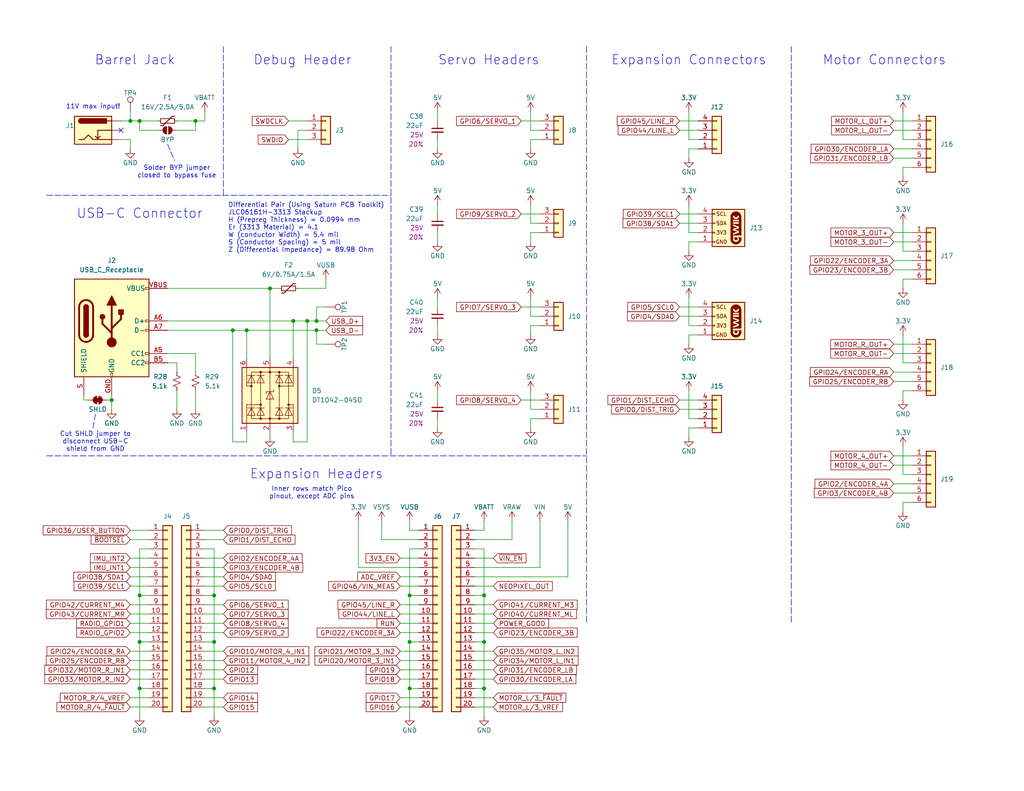
<source format=kicad_sch>
(kicad_sch (version 20231120) (generator "eeschema") (generator_version "8.0")
  (paper "USLetter")
  (title_block (title "SparkFun XRP Control Board") (date "2024-12-12") (rev "v20") (company "SparkFun Electronics") (comment 1 "Designed by: Dryw Wade"))
  (junction (at 58.42 187.96))
  (junction (at 86.36 87.63))
  (junction (at 86.36 90.17))
  (junction (at 38.1 33.02))
  (junction (at 132.08 187.96))
  (junction (at 132.08 175.26))
  (junction (at 53.34 33.02))
  (junction (at 111.76 187.96))
  (junction (at 80.01 87.63))
  (junction (at 38.1 162.56))
  (junction (at 83.82 87.63))
  (junction (at 111.76 175.26))
  (junction (at 35.56 33.02))
  (junction (at 63.5 90.17))
  (junction (at 58.42 175.26))
  (junction (at 132.08 162.56))
  (junction (at 67.31 90.17))
  (junction (at 30.48 109.22))
  (junction (at 58.42 162.56))
  (junction (at 73.66 78.74))
  (junction (at 38.1 187.96))
  (junction (at 38.1 175.26))
  (junction (at 111.76 162.56))
  (no_connect (at 33.02 35.56))
  (wire (pts (xy 243.84 33.02) (xy 248.92 33.02)))
  (wire (pts (xy 40.64 187.96) (xy 38.1 187.96)))
  (wire (pts (xy 60.96 170.18) (xy 55.88 170.18)))
  (wire (pts (xy 86.36 93.98) (xy 86.36 90.17)))
  (wire (pts (xy 243.84 124.46) (xy 248.92 124.46)))
  (polyline (pts (xy 106.68 12.7) (xy 106.68 124.46)) (stroke (width 0) (type dash)))
  (wire (pts (xy 60.96 160.02) (xy 55.88 160.02)))
  (wire (pts (xy 147.32 88.9) (xy 144.78 88.9)))
  (wire (pts (xy 147.32 35.56) (xy 144.78 35.56)))
  (wire (pts (xy 60.96 154.94) (xy 55.88 154.94)))
  (wire (pts (xy 243.84 35.56) (xy 248.92 35.56)))
  (wire (pts (xy 58.42 162.56) (xy 58.42 175.26)))
  (wire (pts (xy 83.82 35.56) (xy 81.28 35.56)))
  (wire (pts (xy 48.26 99.06) (xy 48.26 101.6)))
  (wire (pts (xy 38.1 187.96) (xy 38.1 175.26)))
  (wire (pts (xy 109.22 170.18) (xy 114.3 170.18)))
  (wire (pts (xy 248.92 76.2) (xy 246.38 76.2)))
  (wire (pts (xy 134.62 167.64) (xy 129.54 167.64)))
  (wire (pts (xy 86.36 90.17) (xy 88.9 90.17)))
  (wire (pts (xy 243.84 40.64) (xy 248.92 40.64)))
  (wire (pts (xy 243.84 134.62) (xy 248.92 134.62)))
  (wire (pts (xy 55.88 162.56) (xy 58.42 162.56)))
  (wire (pts (xy 60.96 180.34) (xy 55.88 180.34)))
  (polyline (pts (xy 60.96 12.7) (xy 60.96 53.34)) (stroke (width 0) (type dash)))
  (wire (pts (xy 67.31 90.17) (xy 67.31 97.79)))
  (wire (pts (xy 142.24 83.82) (xy 147.32 83.82)))
  (wire (pts (xy 129.54 162.56) (xy 132.08 162.56)))
  (wire (pts (xy 114.3 149.86) (xy 111.76 149.86)))
  (wire (pts (xy 109.22 190.5) (xy 114.3 190.5)))
  (wire (pts (xy 111.76 187.96) (xy 111.76 195.58)))
  (wire (pts (xy 129.54 152.4) (xy 134.62 152.4)))
  (wire (pts (xy 185.42 58.42) (xy 190.5 58.42)))
  (wire (pts (xy 109.22 177.8) (xy 114.3 177.8)))
  (wire (pts (xy 40.64 160.02) (xy 35.56 160.02)))
  (wire (pts (xy 109.22 172.72) (xy 114.3 172.72)))
  (wire (pts (xy 248.92 99.06) (xy 246.38 99.06)))
  (wire (pts (xy 109.22 157.48) (xy 114.3 157.48)))
  (wire (pts (xy 67.31 120.65) (xy 63.5 120.65)))
  (wire (pts (xy 67.31 118.11) (xy 67.31 120.65)))
  (wire (pts (xy 185.42 83.82) (xy 190.5 83.82)))
  (wire (pts (xy 190.5 114.3) (xy 187.96 114.3)))
  (wire (pts (xy 119.38 116.84) (xy 119.38 114.3)))
  (wire (pts (xy 246.38 137.16) (xy 246.38 139.7)))
  (wire (pts (xy 22.86 109.22) (xy 24.13 109.22)))
  (wire (pts (xy 190.5 88.9) (xy 187.96 88.9)))
  (wire (pts (xy 60.96 177.8) (xy 55.88 177.8)))
  (wire (pts (xy 109.22 152.4) (xy 114.3 152.4)))
  (wire (pts (xy 114.3 162.56) (xy 111.76 162.56)))
  (polyline (pts (xy 12.7 53.34) (xy 106.68 53.34)) (stroke (width 0) (type dash)))
  (wire (pts (xy 114.3 175.26) (xy 111.76 175.26)))
  (polyline (pts (xy 26.035 113.03) (xy 25.4 116.84)) (stroke (width 0) (type dash)))
  (wire (pts (xy 144.78 111.76) (xy 147.32 111.76)))
  (wire (pts (xy 147.32 142.24) (xy 147.32 154.94)))
  (wire (pts (xy 144.78 30.48) (xy 144.78 35.56)))
  (wire (pts (xy 58.42 162.56) (xy 58.42 149.86)))
  (wire (pts (xy 35.56 33.02) (xy 38.1 33.02)))
  (wire (pts (xy 81.28 35.56) (xy 81.28 40.64)))
  (wire (pts (xy 109.22 167.64) (xy 114.3 167.64)))
  (wire (pts (xy 129.54 170.18) (xy 134.62 170.18)))
  (wire (pts (xy 83.82 87.63) (xy 86.36 87.63)))
  (wire (pts (xy 109.22 165.1) (xy 114.3 165.1)))
  (wire (pts (xy 109.22 185.42) (xy 114.3 185.42)))
  (wire (pts (xy 246.38 106.68) (xy 246.38 109.22)))
  (wire (pts (xy 129.54 175.26) (xy 132.08 175.26)))
  (wire (pts (xy 134.62 182.88) (xy 129.54 182.88)))
  (wire (pts (xy 35.56 165.1) (xy 40.64 165.1)))
  (wire (pts (xy 60.96 190.5) (xy 55.88 190.5)))
  (wire (pts (xy 187.96 40.64) (xy 187.96 43.18)))
  (wire (pts (xy 144.78 114.3) (xy 144.78 116.84)))
  (wire (pts (xy 35.56 177.8) (xy 40.64 177.8)))
  (wire (pts (xy 40.64 172.72) (xy 35.56 172.72)))
  (wire (pts (xy 60.96 165.1) (xy 55.88 165.1)))
  (wire (pts (xy 246.38 45.72) (xy 246.38 48.26)))
  (wire (pts (xy 109.22 160.02) (xy 114.3 160.02)))
  (wire (pts (xy 111.76 162.56) (xy 111.76 175.26)))
  (wire (pts (xy 22.86 107.95) (xy 22.86 109.22)))
  (wire (pts (xy 185.42 33.02) (xy 190.5 33.02)))
  (wire (pts (xy 147.32 114.3) (xy 144.78 114.3)))
  (wire (pts (xy 81.28 78.74) (xy 88.9 78.74)))
  (wire (pts (xy 40.64 154.94) (xy 35.56 154.94)))
  (wire (pts (xy 190.5 38.1) (xy 187.96 38.1)))
  (wire (pts (xy 53.34 35.56) (xy 53.34 33.02)))
  (wire (pts (xy 134.62 177.8) (xy 129.54 177.8)))
  (wire (pts (xy 53.34 96.52) (xy 53.34 101.6)))
  (wire (pts (xy 243.84 132.08) (xy 248.92 132.08)))
  (wire (pts (xy 246.38 99.06) (xy 246.38 91.44)))
  (wire (pts (xy 45.72 96.52) (xy 53.34 96.52)))
  (wire (pts (xy 88.9 78.74) (xy 88.9 76.2)))
  (wire (pts (xy 248.92 38.1) (xy 246.38 38.1)))
  (wire (pts (xy 109.22 182.88) (xy 114.3 182.88)))
  (wire (pts (xy 73.66 78.74) (xy 45.72 78.74)))
  (wire (pts (xy 119.38 83.82) (xy 119.38 81.28)))
  (wire (pts (xy 243.84 63.5) (xy 248.92 63.5)))
  (wire (pts (xy 129.54 149.86) (xy 132.08 149.86)))
  (wire (pts (xy 144.78 63.5) (xy 144.78 66.04)))
  (wire (pts (xy 60.96 147.32) (xy 55.88 147.32)))
  (wire (pts (xy 190.5 66.04) (xy 187.96 66.04)))
  (wire (pts (xy 80.01 87.63) (xy 83.82 87.63)))
  (wire (pts (xy 190.5 116.84) (xy 187.96 116.84)))
  (wire (pts (xy 48.26 106.68) (xy 48.26 111.76)))
  (wire (pts (xy 134.62 160.02) (xy 129.54 160.02)))
  (wire (pts (xy 187.96 38.1) (xy 187.96 30.48)))
  (wire (pts (xy 60.96 167.64) (xy 55.88 167.64)))
  (wire (pts (xy 80.01 87.63) (xy 80.01 97.79)))
  (wire (pts (xy 144.78 86.36) (xy 147.32 86.36)))
  (wire (pts (xy 78.74 38.1) (xy 83.82 38.1)))
  (wire (pts (xy 248.92 45.72) (xy 246.38 45.72)))
  (wire (pts (xy 38.1 35.56) (xy 38.1 33.02)))
  (wire (pts (xy 185.42 111.76) (xy 190.5 111.76)))
  (wire (pts (xy 119.38 66.04) (xy 119.38 63.5)))
  (wire (pts (xy 119.38 91.44) (xy 119.38 88.9)))
  (wire (pts (xy 114.3 154.94) (xy 97.79 154.94)))
  (wire (pts (xy 45.72 87.63) (xy 80.01 87.63)))
  (wire (pts (xy 114.3 187.96) (xy 111.76 187.96)))
  (wire (pts (xy 63.5 90.17) (xy 67.31 90.17)))
  (wire (pts (xy 33.02 38.1) (xy 35.56 38.1)))
  (wire (pts (xy 38.1 162.56) (xy 38.1 175.26)))
  (wire (pts (xy 243.84 71.12) (xy 248.92 71.12)))
  (wire (pts (xy 111.76 144.78) (xy 111.76 142.24)))
  (wire (pts (xy 60.96 144.78) (xy 55.88 144.78)))
  (wire (pts (xy 58.42 175.26) (xy 58.42 187.96)))
  (wire (pts (xy 60.96 185.42) (xy 55.88 185.42)))
  (wire (pts (xy 248.92 68.58) (xy 246.38 68.58)))
  (wire (pts (xy 45.72 90.17) (xy 63.5 90.17)))
  (wire (pts (xy 139.7 142.24) (xy 139.7 147.32)))
  (wire (pts (xy 134.62 185.42) (xy 129.54 185.42)))
  (wire (pts (xy 35.56 144.78) (xy 40.64 144.78)))
  (wire (pts (xy 35.56 185.42) (xy 40.64 185.42)))
  (polyline (pts (xy 160.02 12.7) (xy 160.02 170.18)) (stroke (width 0) (type dash)))
  (wire (pts (xy 55.88 175.26) (xy 58.42 175.26)))
  (wire (pts (xy 35.56 157.48) (xy 40.64 157.48)))
  (wire (pts (xy 35.56 167.64) (xy 40.64 167.64)))
  (wire (pts (xy 147.32 60.96) (xy 144.78 60.96)))
  (wire (pts (xy 80.01 118.11) (xy 80.01 120.65)))
  (wire (pts (xy 97.79 154.94) (xy 97.79 142.24)))
  (wire (pts (xy 35.56 147.32) (xy 40.64 147.32)))
  (wire (pts (xy 67.31 90.17) (xy 86.36 90.17)))
  (wire (pts (xy 154.94 157.48) (xy 154.94 142.24)))
  (wire (pts (xy 132.08 162.56) (xy 132.08 149.86)))
  (wire (pts (xy 111.76 187.96) (xy 111.76 175.26)))
  (wire (pts (xy 48.26 33.02) (xy 53.34 33.02)))
  (wire (pts (xy 129.54 144.78) (xy 132.08 144.78)))
  (wire (pts (xy 142.24 109.22) (xy 147.32 109.22)))
  (wire (pts (xy 132.08 144.78) (xy 132.08 142.24)))
  (wire (pts (xy 248.92 129.54) (xy 246.38 129.54)))
  (wire (pts (xy 30.48 107.95) (xy 30.48 109.22)))
  (wire (pts (xy 35.56 152.4) (xy 40.64 152.4)))
  (wire (pts (xy 142.24 33.02) (xy 147.32 33.02)))
  (wire (pts (xy 185.42 86.36) (xy 190.5 86.36)))
  (wire (pts (xy 243.84 96.52) (xy 248.92 96.52)))
  (wire (pts (xy 134.62 193.04) (xy 129.54 193.04)))
  (wire (pts (xy 132.08 175.26) (xy 132.08 187.96)))
  (wire (pts (xy 33.02 33.02) (xy 35.56 33.02)))
  (wire (pts (xy 132.08 187.96) (xy 132.08 195.58)))
  (wire (pts (xy 35.56 38.1) (xy 35.56 40.64)))
  (wire (pts (xy 40.64 175.26) (xy 38.1 175.26)))
  (polyline (pts (xy 12.7 124.46) (xy 160.02 124.46)) (stroke (width 0) (type dash)))
  (wire (pts (xy 55.88 149.86) (xy 58.42 149.86)))
  (wire (pts (xy 35.56 190.5) (xy 40.64 190.5)))
  (wire (pts (xy 243.84 101.6) (xy 248.92 101.6)))
  (wire (pts (xy 55.88 187.96) (xy 58.42 187.96)))
  (wire (pts (xy 86.36 87.63) (xy 88.9 87.63)))
  (wire (pts (xy 111.76 162.56) (xy 111.76 149.86)))
  (wire (pts (xy 48.26 35.56) (xy 53.34 35.56)))
  (wire (pts (xy 144.78 106.68) (xy 144.78 111.76)))
  (wire (pts (xy 243.84 73.66) (xy 248.92 73.66)))
  (wire (pts (xy 129.54 147.32) (xy 139.7 147.32)))
  (wire (pts (xy 78.74 33.02) (xy 83.82 33.02)))
  (wire (pts (xy 187.96 88.9) (xy 187.96 81.28)))
  (wire (pts (xy 187.96 66.04) (xy 187.96 68.58)))
  (wire (pts (xy 55.88 33.02) (xy 55.88 30.48)))
  (wire (pts (xy 119.38 109.22) (xy 119.38 106.68)))
  (wire (pts (xy 187.96 63.5) (xy 187.96 55.88)))
  (wire (pts (xy 40.64 162.56) (xy 38.1 162.56)))
  (wire (pts (xy 129.54 154.94) (xy 147.32 154.94)))
  (wire (pts (xy 40.64 170.18) (xy 35.56 170.18)))
  (wire (pts (xy 119.38 33.02) (xy 119.38 30.48)))
  (wire (pts (xy 147.32 63.5) (xy 144.78 63.5)))
  (wire (pts (xy 190.5 63.5) (xy 187.96 63.5)))
  (wire (pts (xy 185.42 60.96) (xy 190.5 60.96)))
  (wire (pts (xy 147.32 38.1) (xy 144.78 38.1)))
  (wire (pts (xy 144.78 55.88) (xy 144.78 60.96)))
  (wire (pts (xy 83.82 120.65) (xy 83.82 87.63)))
  (wire (pts (xy 185.42 35.56) (xy 190.5 35.56)))
  (wire (pts (xy 38.1 187.96) (xy 38.1 195.58)))
  (wire (pts (xy 144.78 81.28) (xy 144.78 86.36)))
  (wire (pts (xy 58.42 187.96) (xy 58.42 195.58)))
  (wire (pts (xy 38.1 33.02) (xy 43.18 33.02)))
  (wire (pts (xy 190.5 91.44) (xy 187.96 91.44)))
  (wire (pts (xy 88.9 83.82) (xy 86.36 83.82)))
  (wire (pts (xy 187.96 116.84) (xy 187.96 119.38)))
  (wire (pts (xy 35.56 180.34) (xy 40.64 180.34)))
  (wire (pts (xy 246.38 68.58) (xy 246.38 60.96)))
  (wire (pts (xy 60.96 157.48) (xy 55.88 157.48)))
  (wire (pts (xy 248.92 106.68) (xy 246.38 106.68)))
  (wire (pts (xy 60.96 152.4) (xy 55.88 152.4)))
  (wire (pts (xy 80.01 120.65) (xy 83.82 120.65)))
  (wire (pts (xy 109.22 180.34) (xy 114.3 180.34)))
  (wire (pts (xy 73.66 97.79) (xy 73.66 78.74)))
  (wire (pts (xy 154.94 157.48) (xy 129.54 157.48)))
  (wire (pts (xy 246.38 129.54) (xy 246.38 121.92)))
  (wire (pts (xy 35.56 30.48) (xy 35.56 33.02)))
  (wire (pts (xy 73.66 78.74) (xy 76.2 78.74)))
  (wire (pts (xy 88.9 93.98) (xy 86.36 93.98)))
  (wire (pts (xy 134.62 165.1) (xy 129.54 165.1)))
  (wire (pts (xy 29.21 109.22) (xy 30.48 109.22)))
  (wire (pts (xy 243.84 43.18) (xy 248.92 43.18)))
  (wire (pts (xy 129.54 187.96) (xy 132.08 187.96)))
  (wire (pts (xy 144.78 38.1) (xy 144.78 40.64)))
  (wire (pts (xy 185.42 109.22) (xy 190.5 109.22)))
  (wire (pts (xy 60.96 172.72) (xy 55.88 172.72)))
  (wire (pts (xy 63.5 120.65) (xy 63.5 90.17)))
  (wire (pts (xy 243.84 66.04) (xy 248.92 66.04)))
  (wire (pts (xy 35.56 182.88) (xy 40.64 182.88)))
  (wire (pts (xy 134.62 172.72) (xy 129.54 172.72)))
  (wire (pts (xy 119.38 58.42) (xy 119.38 55.88)))
  (wire (pts (xy 109.22 193.04) (xy 114.3 193.04)))
  (wire (pts (xy 35.56 193.04) (xy 40.64 193.04)))
  (wire (pts (xy 246.38 76.2) (xy 246.38 78.74)))
  (polyline (pts (xy 215.9 12.7) (xy 215.9 170.18)) (stroke (width 0) (type dash)))
  (wire (pts (xy 114.3 147.32) (xy 104.14 147.32)))
  (wire (pts (xy 38.1 35.56) (xy 43.18 35.56)))
  (wire (pts (xy 134.62 190.5) (xy 129.54 190.5)))
  (wire (pts (xy 132.08 162.56) (xy 132.08 175.26)))
  (wire (pts (xy 38.1 162.56) (xy 38.1 149.86)))
  (wire (pts (xy 243.84 127) (xy 248.92 127)))
  (wire (pts (xy 190.5 40.64) (xy 187.96 40.64)))
  (wire (pts (xy 40.64 149.86) (xy 38.1 149.86)))
  (wire (pts (xy 187.96 114.3) (xy 187.96 106.68)))
  (wire (pts (xy 246.38 38.1) (xy 246.38 30.48)))
  (wire (pts (xy 114.3 144.78) (xy 111.76 144.78)))
  (wire (pts (xy 248.92 137.16) (xy 246.38 137.16)))
  (polyline (pts (xy 45.72 39.37) (xy 47.625 43.815)) (stroke (width 0) (type dash)))
  (wire (pts (xy 119.38 40.64) (xy 119.38 38.1)))
  (wire (pts (xy 243.84 93.98) (xy 248.92 93.98)))
  (wire (pts (xy 142.24 58.42) (xy 147.32 58.42)))
  (wire (pts (xy 45.72 99.06) (xy 48.26 99.06)))
  (wire (pts (xy 30.48 109.22) (xy 30.48 111.76)))
  (wire (pts (xy 60.96 182.88) (xy 55.88 182.88)))
  (wire (pts (xy 134.62 180.34) (xy 129.54 180.34)))
  (wire (pts (xy 73.66 118.11) (xy 73.66 119.38)))
  (wire (pts (xy 86.36 83.82) (xy 86.36 87.63)))
  (wire (pts (xy 60.96 193.04) (xy 55.88 193.04)))
  (wire (pts (xy 144.78 88.9) (xy 144.78 91.44)))
  (wire (pts (xy 104.14 147.32) (xy 104.14 142.24)))
  (wire (pts (xy 187.96 91.44) (xy 187.96 93.98)))
  (wire (pts (xy 53.34 33.02) (xy 55.88 33.02)))
  (wire (pts (xy 53.34 106.68) (xy 53.34 111.76)))
  (wire (pts (xy 243.84 104.14) (xy 248.92 104.14)))
  (text "USB-C Connector" (at 38.1 58.42 0) (effects (font (size 2.54 2.54))))
  (text "Solder BYP jumper\nclosed to bypass fuse" (at 48.26 46.99 0) (effects (font (size 1.27 1.27))))
  (text "Expansion Headers" (at 86.36 129.54 0) (effects (font (size 2.54 2.54))))
  (text "Expansion Connectors" (at 187.96 16.51 0) (effects (font (size 2.54 2.54))))
  (text "Inner rows match Pico\npinout, except ADC pins" (at 85.09 134.62 0) (effects (font (size 1.27 1.27))))
  (text "Servo Headers" (at 133.35 16.51 0) (effects (font (size 2.54 2.54))))
  (text "Cut SHLD jumper to\ndisconnect USB-C\nshield from GND" (at 26.035 120.65 0) (effects (font (size 1.27 1.27))))
  (text "Debug Header" (at 82.55 16.51 0) (effects (font (size 2.54 2.54))))
  (text "Barrel Jack" (at 36.83 16.51 0) (effects (font (size 2.54 2.54))))
  (text "Differential Pair (Using Saturn PCB Toolkit)\nJLC06161H-3313 Stackup\nH (Prepreg Thickness) = 0.0994 mm\nEr (3313 Material) = 4.1\nW (conductor Width) = 5.4 mil\nS (Conductor Spacing) = 5 mil\nZ (Differential Impedance) = 89.98 Ohm" (at 62.23 62.23 0) (effects (font (size 1.27 1.27)) (justify left)))
  (text "Motor Connectors" (at 241.3 16.51 0) (effects (font (size 2.54 2.54))))
  (text "11V max input!" (at 25.4 29.21 0) (effects (font (size 1.27 1.27))))
  (global_label "GPIO38{slash}SDA1" (shape input) (at 185.42 60.96 180) (property "Intersheetrefs" "${INTERSHEET_REFS}" (effects (hide yes))))
  (global_label "SWDCLK" (shape input) (at 78.74 33.02 180) (property "Intersheetrefs" "${INTERSHEET_REFS}" (effects (hide yes))))
  (global_label "MOTOR_L{slash}3_VREF" (shape input) (at 134.62 193.04 0) (property "Intersheetrefs" "${INTERSHEET_REFS}" (effects (hide yes))))
  (global_label "GPIO42{slash}CURRENT_M4" (shape input) (at 35.56 165.1 180) (property "Intersheetrefs" "${INTERSHEET_REFS}" (effects (hide yes))))
  (global_label "GPIO12" (shape input) (at 60.96 182.88 0) (property "Intersheetrefs" "${INTERSHEET_REFS}" (effects (hide yes))))
  (global_label "USB_D-" (shape input) (at 88.9 90.17 0) (property "Intersheetrefs" "${INTERSHEET_REFS}" (effects (hide yes))))
  (global_label "GPIO32{slash}MOTOR_R_IN1" (shape input) (at 35.56 182.88 180) (property "Intersheetrefs" "${INTERSHEET_REFS}" (effects (hide yes))))
  (global_label "GPIO23{slash}ENCODER_3B" (shape input) (at 243.84 73.66 180) (property "Intersheetrefs" "${INTERSHEET_REFS}" (effects (hide yes))))
  (global_label "GPIO30{slash}ENCODER_LA" (shape input) (at 134.62 185.42 0) (property "Intersheetrefs" "${INTERSHEET_REFS}" (effects (hide yes))))
  (global_label "GPIO1{slash}DIST_ECHO" (shape input) (at 185.42 109.22 180) (property "Intersheetrefs" "${INTERSHEET_REFS}" (effects (hide yes))))
  (global_label "GPIO9{slash}SERVO_2" (shape input) (at 60.96 172.72 0) (property "Intersheetrefs" "${INTERSHEET_REFS}" (effects (hide yes))))
  (global_label "MOTOR_R{slash}4_VREF" (shape input) (at 35.56 190.5 180) (property "Intersheetrefs" "${INTERSHEET_REFS}" (effects (hide yes))))
  (global_label "MOTOR_4_OUT-" (shape input) (at 243.84 127 180) (property "Intersheetrefs" "${INTERSHEET_REFS}" (effects (hide yes))))
  (global_label "GPIO0{slash}DIST_TRIG" (shape input) (at 60.96 144.78 0) (property "Intersheetrefs" "${INTERSHEET_REFS}" (effects (hide yes))))
  (global_label "GPIO2{slash}ENCODER_4A" (shape input) (at 243.84 132.08 180) (property "Intersheetrefs" "${INTERSHEET_REFS}" (effects (hide yes))))
  (global_label "GPIO35{slash}MOTOR_L_IN2" (shape input) (at 134.62 177.8 0) (property "Intersheetrefs" "${INTERSHEET_REFS}" (effects (hide yes))))
  (global_label "ADC_VREF" (shape input) (at 109.22 157.48 180) (property "Intersheetrefs" "${INTERSHEET_REFS}" (effects (hide yes))))
  (global_label "GPIO24{slash}ENCODER_RA" (shape input) (at 243.84 101.6 180) (property "Intersheetrefs" "${INTERSHEET_REFS}" (effects (hide yes))))
  (global_label "GPIO11{slash}MOTOR_4_IN2" (shape input) (at 60.96 180.34 0) (property "Intersheetrefs" "${INTERSHEET_REFS}" (effects (hide yes))))
  (global_label "GPIO7{slash}SERVO_3" (shape input) (at 142.24 83.82 180) (property "Intersheetrefs" "${INTERSHEET_REFS}" (effects (hide yes))))
  (global_label "GPIO31{slash}ENCODER_LB" (shape input) (at 243.84 43.18 180) (property "Intersheetrefs" "${INTERSHEET_REFS}" (effects (hide yes))))
  (global_label "GPIO8{slash}SERVO_4" (shape input) (at 60.96 170.18 0) (property "Intersheetrefs" "${INTERSHEET_REFS}" (effects (hide yes))))
  (global_label "GPIO1{slash}DIST_ECHO" (shape input) (at 60.96 147.32 0) (property "Intersheetrefs" "${INTERSHEET_REFS}" (effects (hide yes))))
  (global_label "RADIO_GPIO2" (shape input) (at 35.56 172.72 180) (property "Intersheetrefs" "${INTERSHEET_REFS}" (effects (hide yes))))
  (global_label "NEOPIXEL_OUT" (shape input) (at 134.62 160.02 0) (property "Intersheetrefs" "${INTERSHEET_REFS}" (effects (hide yes))))
  (global_label "GPIO38{slash}SDA1" (shape input) (at 35.56 157.48 180) (property "Intersheetrefs" "${INTERSHEET_REFS}" (effects (hide yes))))
  (global_label "GPIO19" (shape input) (at 109.22 182.88 180) (property "Intersheetrefs" "${INTERSHEET_REFS}" (effects (hide yes))))
  (global_label "GPIO30{slash}ENCODER_LA" (shape input) (at 243.84 40.64 180) (property "Intersheetrefs" "${INTERSHEET_REFS}" (effects (hide yes))))
  (global_label "MOTOR_R_OUT-" (shape input) (at 243.84 96.52 180) (property "Intersheetrefs" "${INTERSHEET_REFS}" (effects (hide yes))))
  (global_label "GPIO43{slash}CURRENT_MR" (shape input) (at 35.56 167.64 180) (property "Intersheetrefs" "${INTERSHEET_REFS}" (effects (hide yes))))
  (global_label "GPIO22{slash}ENCODER_3A" (shape input) (at 243.84 71.12 180) (property "Intersheetrefs" "${INTERSHEET_REFS}" (effects (hide yes))))
  (global_label "MOTOR_R_OUT+" (shape input) (at 243.84 93.98 180) (property "Intersheetrefs" "${INTERSHEET_REFS}" (effects (hide yes))))
  (global_label "GPIO23{slash}ENCODER_3B" (shape input) (at 134.62 172.72 0) (property "Intersheetrefs" "${INTERSHEET_REFS}" (effects (hide yes))))
  (global_label "GPIO25{slash}ENCODER_RB" (shape input) (at 35.56 180.34 180) (property "Intersheetrefs" "${INTERSHEET_REFS}" (effects (hide yes))))
  (global_label "GPIO3{slash}ENCODER_4B" (shape input) (at 60.96 154.94 0) (property "Intersheetrefs" "${INTERSHEET_REFS}" (effects (hide yes))))
  (global_label "GPIO6{slash}SERVO_1" (shape input) (at 60.96 165.1 0) (property "Intersheetrefs" "${INTERSHEET_REFS}" (effects (hide yes))))
  (global_label "MOTOR_R{slash}4_~{FAULT}" (shape input) (at 35.56 193.04 180) (property "Intersheetrefs" "${INTERSHEET_REFS}" (effects (hide yes))))
  (global_label "GPIO17" (shape input) (at 109.22 190.5 180) (property "Intersheetrefs" "${INTERSHEET_REFS}" (effects (hide yes))))
  (global_label "GPIO44{slash}LINE_L" (shape input) (at 185.42 35.56 180) (property "Intersheetrefs" "${INTERSHEET_REFS}" (effects (hide yes))))
  (global_label "GPIO5{slash}SCL0" (shape input) (at 185.42 83.82 180) (property "Intersheetrefs" "${INTERSHEET_REFS}" (effects (hide yes))))
  (global_label "IMU_INT1" (shape input) (at 35.56 154.94 180) (property "Intersheetrefs" "${INTERSHEET_REFS}" (effects (hide yes))))
  (global_label "GPIO21{slash}MOTOR_3_IN2" (shape input) (at 109.22 177.8 180) (property "Intersheetrefs" "${INTERSHEET_REFS}" (effects (hide yes))))
  (global_label "MOTOR_3_OUT-" (shape input) (at 243.84 66.04 180) (property "Intersheetrefs" "${INTERSHEET_REFS}" (effects (hide yes))))
  (global_label "GPIO8{slash}SERVO_4" (shape input) (at 142.24 109.22 180) (property "Intersheetrefs" "${INTERSHEET_REFS}" (effects (hide yes))))
  (global_label "SWDIO" (shape input) (at 78.74 38.1 180) (property "Intersheetrefs" "${INTERSHEET_REFS}" (effects (hide yes))))
  (global_label "GPIO10{slash}MOTOR_4_IN1" (shape input) (at 60.96 177.8 0) (property "Intersheetrefs" "${INTERSHEET_REFS}" (effects (hide yes))))
  (global_label "IMU_INT2" (shape input) (at 35.56 152.4 180) (property "Intersheetrefs" "${INTERSHEET_REFS}" (effects (hide yes))))
  (global_label "GPIO40{slash}CURRENT_ML" (shape input) (at 134.62 167.64 0) (property "Intersheetrefs" "${INTERSHEET_REFS}" (effects (hide yes))))
  (global_label "GPIO9{slash}SERVO_2" (shape input) (at 142.24 58.42 180) (property "Intersheetrefs" "${INTERSHEET_REFS}" (effects (hide yes))))
  (global_label "MOTOR_L{slash}3_~{FAULT}" (shape input) (at 134.62 190.5 0) (property "Intersheetrefs" "${INTERSHEET_REFS}" (effects (hide yes))))
  (global_label "GPIO45{slash}LINE_R" (shape input) (at 109.22 165.1 180) (property "Intersheetrefs" "${INTERSHEET_REFS}" (effects (hide yes))))
  (global_label "RADIO_GPIO1" (shape input) (at 35.56 170.18 180) (property "Intersheetrefs" "${INTERSHEET_REFS}" (effects (hide yes))))
  (global_label "GPIO13" (shape input) (at 60.96 185.42 0) (property "Intersheetrefs" "${INTERSHEET_REFS}" (effects (hide yes))))
  (global_label "GPIO4{slash}SDA0" (shape input) (at 185.42 86.36 180) (property "Intersheetrefs" "${INTERSHEET_REFS}" (effects (hide yes))))
  (global_label "GPIO2{slash}ENCODER_4A" (shape input) (at 60.96 152.4 0) (property "Intersheetrefs" "${INTERSHEET_REFS}" (effects (hide yes))))
  (global_label "USB_D+" (shape input) (at 88.9 87.63 0) (property "Intersheetrefs" "${INTERSHEET_REFS}" (effects (hide yes))))
  (global_label "GPIO41{slash}CURRENT_M3" (shape input) (at 134.62 165.1 0) (property "Intersheetrefs" "${INTERSHEET_REFS}" (effects (hide yes))))
  (global_label "GPIO25{slash}ENCODER_RB" (shape input) (at 243.84 104.14 180) (property "Intersheetrefs" "${INTERSHEET_REFS}" (effects (hide yes))))
  (global_label "GPIO31{slash}ENCODER_LB" (shape input) (at 134.62 182.88 0) (property "Intersheetrefs" "${INTERSHEET_REFS}" (effects (hide yes))))
  (global_label "GPIO6{slash}SERVO_1" (shape input) (at 142.24 33.02 180) (property "Intersheetrefs" "${INTERSHEET_REFS}" (effects (hide yes))))
  (global_label "MOTOR_4_OUT+" (shape input) (at 243.84 124.46 180) (property "Intersheetrefs" "${INTERSHEET_REFS}" (effects (hide yes))))
  (global_label "~{BOOTSEL}" (shape input) (at 35.56 147.32 180) (property "Intersheetrefs" "${INTERSHEET_REFS}" (effects (hide yes))))
  (global_label "MOTOR_L_OUT+" (shape input) (at 243.84 33.02 180) (property "Intersheetrefs" "${INTERSHEET_REFS}" (effects (hide yes))))
  (global_label "GPIO7{slash}SERVO_3" (shape input) (at 60.96 167.64 0) (property "Intersheetrefs" "${INTERSHEET_REFS}" (effects (hide yes))))
  (global_label "GPIO39{slash}SCL1" (shape input) (at 35.56 160.02 180) (property "Intersheetrefs" "${INTERSHEET_REFS}" (effects (hide yes))))
  (global_label "GPIO44{slash}LINE_L" (shape input) (at 109.22 167.64 180) (property "Intersheetrefs" "${INTERSHEET_REFS}" (effects (hide yes))))
  (global_label "GPIO16" (shape input) (at 109.22 193.04 180) (property "Intersheetrefs" "${INTERSHEET_REFS}" (effects (hide yes))))
  (global_label "~{VIN_EN}" (shape input) (at 134.62 152.4 0) (property "Intersheetrefs" "${INTERSHEET_REFS}" (effects (hide yes))))
  (global_label "GPIO18" (shape input) (at 109.22 185.42 180) (property "Intersheetrefs" "${INTERSHEET_REFS}" (effects (hide yes))))
  (global_label "GPIO33{slash}MOTOR_R_IN2" (shape input) (at 35.56 185.42 180) (property "Intersheetrefs" "${INTERSHEET_REFS}" (effects (hide yes))))
  (global_label "GPIO45{slash}LINE_R" (shape input) (at 185.42 33.02 180) (property "Intersheetrefs" "${INTERSHEET_REFS}" (effects (hide yes))))
  (global_label "GPIO36{slash}USER_BUTTON" (shape input) (at 35.56 144.78 180) (property "Intersheetrefs" "${INTERSHEET_REFS}" (effects (hide yes))))
  (global_label "MOTOR_3_OUT+" (shape input) (at 243.84 63.5 180) (property "Intersheetrefs" "${INTERSHEET_REFS}" (effects (hide yes))))
  (global_label "GPIO24{slash}ENCODER_RA" (shape input) (at 35.56 177.8 180) (property "Intersheetrefs" "${INTERSHEET_REFS}" (effects (hide yes))))
  (global_label "GPIO0{slash}DIST_TRIG" (shape input) (at 185.42 111.76 180) (property "Intersheetrefs" "${INTERSHEET_REFS}" (effects (hide yes))))
  (global_label "GPIO46{slash}VIN_MEAS" (shape input) (at 109.22 160.02 180) (property "Intersheetrefs" "${INTERSHEET_REFS}" (effects (hide yes))))
  (global_label "POWER_GOOD" (shape input) (at 134.62 170.18 0) (property "Intersheetrefs" "${INTERSHEET_REFS}" (effects (hide yes))))
  (global_label "RUN" (shape input) (at 109.22 170.18 180) (property "Intersheetrefs" "${INTERSHEET_REFS}" (effects (hide yes))))
  (global_label "GPIO39{slash}SCL1" (shape input) (at 185.42 58.42 180) (property "Intersheetrefs" "${INTERSHEET_REFS}" (effects (hide yes))))
  (global_label "MOTOR_L_OUT-" (shape input) (at 243.84 35.56 180) (property "Intersheetrefs" "${INTERSHEET_REFS}" (effects (hide yes))))
  (global_label "GPIO15" (shape input) (at 60.96 193.04 0) (property "Intersheetrefs" "${INTERSHEET_REFS}" (effects (hide yes))))
  (global_label "GPIO34{slash}MOTOR_L_IN1" (shape input) (at 134.62 180.34 0) (property "Intersheetrefs" "${INTERSHEET_REFS}" (effects (hide yes))))
  (global_label "GPIO5{slash}SCL0" (shape input) (at 60.96 160.02 0) (property "Intersheetrefs" "${INTERSHEET_REFS}" (effects (hide yes))))
  (global_label "GPIO14" (shape input) (at 60.96 190.5 0) (property "Intersheetrefs" "${INTERSHEET_REFS}" (effects (hide yes))))
  (global_label "GPIO22{slash}ENCODER_3A" (shape input) (at 109.22 172.72 180) (property "Intersheetrefs" "${INTERSHEET_REFS}" (effects (hide yes))))
  (global_label "GPIO3{slash}ENCODER_4B" (shape input) (at 243.84 134.62 180) (property "Intersheetrefs" "${INTERSHEET_REFS}" (effects (hide yes))))
  (global_label "GPIO20{slash}MOTOR_3_IN1" (shape input) (at 109.22 180.34 180) (property "Intersheetrefs" "${INTERSHEET_REFS}" (effects (hide yes))))
  (global_label "3V3_EN" (shape input) (at 109.22 152.4 180) (property "Intersheetrefs" "${INTERSHEET_REFS}" (effects (hide yes))))
  (global_label "GPIO4{slash}SDA0" (shape input) (at 60.96 157.48 0) (property "Intersheetrefs" "${INTERSHEET_REFS}" (effects (hide yes))))
  (symbol (lib_id "SparkFun-PowerSymbol:GND") (at 144.78 116.84 0) (unit 1)
    (property "Reference" "#PWR0121" (effects (hide yes)))
    (property "Value" "GND" (at 144.78 120.65 0))
    (property "Description" "Power symbol creates a global label with name \"GND\" , ground" (effects (hide yes)))
  )
  (symbol (lib_id "SparkFun-Fuse:Fuse 6V/0.75A/1.5A") (at 78.74 78.74 0) (unit 1)
    (property "Reference" "F2" (at 78.74 72.39 0))
    (property "Value" "6V/0.75A/1.5A" (at 78.74 74.93 0))
    (property "Footprint" "SparkFun-Fuse:1206" (effects (hide yes)))
    (property "Datasheet" "https://www.littelfuse.com/media?resourcetype=datasheets&itemid=2b6a1515-d4ee-4c83-8bd4-152b4901b8f5&filename=littelfuse_ptc_1206l_datasheet.pdf" (effects (hide yes)))
    (property "Description" "Resettable fuse 750mA" (effects (hide yes)))
    (property "PROD_ID" "RES-11150" (effects (hide yes)))
  )
  (symbol (lib_id "SparkFun-PowerSymbol:VUSB") (at 88.9 76.2 0) (unit 1)
    (property "Reference" "#PWR096" (effects (hide yes)))
    (property "Value" "VUSB" (at 88.9 72.39 0))
    (property "Description" "Power symbol creates a global label with name \"VUSB\"" (effects (hide yes)))
  )
  (symbol (lib_id "SparkFun-PowerSymbol:GND") (at 246.38 109.22 0) (unit 1)
    (property "Reference" "#PWR0134" (effects (hide yes)))
    (property "Value" "GND" (at 246.38 113.03 0))
    (property "Description" "Power symbol creates a global label with name \"GND\" , ground" (effects (hide yes)))
  )
  (symbol (lib_id "SparkFun-PowerSymbol:GND") (at 187.96 68.58 0) (unit 1)
    (property "Reference" "#PWR0125" (effects (hide yes)))
    (property "Value" "GND" (at 187.96 72.39 0))
    (property "Description" "Power symbol creates a global label with name \"GND\" , ground" (effects (hide yes)))
  )
  (symbol (lib_id "SparkFun-PowerSymbol:GND") (at 144.78 40.64 0) (unit 1)
    (property "Reference" "#PWR0115" (effects (hide yes)))
    (property "Value" "GND" (at 144.78 44.45 0))
    (property "Description" "Power symbol creates a global label with name \"GND\" , ground" (effects (hide yes)))
  )
  (symbol (lib_id "SparkFun-PowerSymbol:GND") (at 119.38 91.44 0) (unit 1)
    (property "Reference" "#PWR0111" (effects (hide yes)))
    (property "Value" "GND" (at 119.38 95.25 0))
    (property "Description" "Power symbol creates a global label with name \"GND\" , ground" (effects (hide yes)))
  )
  (symbol (lib_id "SparkFun-Capacitor:22uF_0805_25V_20%") (at 119.38 111.76 0) (unit 1)
    (property "Reference" "C41" (at 115.57 107.9499 0) (effects (justify right)))
    (property "Value" "22uF" (at 115.57 110.4899 0) (effects (justify right)))
    (property "Footprint" "SparkFun-Capacitor:C_0805_2012Metric" (effects (hide yes)))
    (property "Datasheet" "https://mm.digikey.com/Volume0/opasdata/d220001/medias/docus/43/CL21A226MOCLRNC_Spec.pdf" (effects (hide yes)))
    (property "Description" "Unpolarized capacitor" (effects (hide yes)))
    (property "PROD_ID" "CAP-23850" (effects (hide yes)))
    (property "Voltage" "25V" (at 115.57 113.0299 0) (effects (justify right)))
    (property "Tolerance" "20%" (at 115.57 115.5699 0) (effects (justify right)))
  )
  (symbol (lib_id "SparkFun-PowerSymbol:5V") (at 144.78 106.68 0) (unit 1)
    (property "Reference" "#PWR0120" (effects (hide yes)))
    (property "Value" "5V" (at 144.78 102.87 0))
    (property "Description" "Power symbol creates a global label with name \"5V\"" (effects (hide yes)))
  )
  (symbol (lib_id "SparkFun-PowerSymbol:3.3V") (at 187.96 55.88 0) (unit 1)
    (property "Reference" "#PWR0124" (effects (hide yes)))
    (property "Value" "3.3V" (at 187.96 52.07 0))
    (property "Description" "Power symbol creates a global label with name \"3.3V\"" (effects (hide yes)))
  )
  (symbol (lib_id "SparkFun-PowerSymbol:GND") (at 144.78 91.44 0) (unit 1)
    (property "Reference" "#PWR0119" (effects (hide yes)))
    (property "Value" "GND" (at 144.78 95.25 0))
    (property "Description" "Power symbol creates a global label with name \"GND\" , ground" (effects (hide yes)))
  )
  (symbol (lib_id "SparkFun-PowerSymbol:GND") (at 48.26 111.76 0) (unit 1)
    (property "Reference" "#PWR097" (effects (hide yes)))
    (property "Value" "GND" (at 48.26 115.57 0))
    (property "Description" "Power symbol creates a global label with name \"GND\" , ground" (effects (hide yes)))
  )
  (symbol (lib_id "SparkFun-PowerSymbol:VBATT") (at 132.08 142.24 0) (mirror y) (unit 1)
    (property "Reference" "#PWR0161" (effects (hide yes)))
    (property "Value" "VBATT" (at 132.08 138.43 0))
    (property "Description" "Power symbol creates a global label with name \"VBATT\"" (effects (hide yes)))
  )
  (symbol (lib_id "SparkFun-PowerSymbol:5V") (at 119.38 55.88 0) (unit 1)
    (property "Reference" "#PWR0108" (effects (hide yes)))
    (property "Value" "5V" (at 119.38 52.07 0))
    (property "Description" "Power symbol creates a global label with name \"5V\"" (effects (hide yes)))
  )
  (symbol (lib_id "SparkFun-Jumper:SolderJumper_2_Bridged") (at 26.67 109.22 0) (unit 1)
    (property "Reference" "JP7" (effects (hide yes)))
    (property "Value" "SHLD" (at 26.67 111.76 0))
    (property "Footprint" "SparkFun-Jumper:Jumper_2_NC_Trace" (effects (hide yes)))
    (property "Description" "Solder Jumper, 2-pole, closed/bridged" (effects (hide yes)))
  )
  (symbol (lib_id "SparkFun-Connector:TestPoint_1.0mm") (at 88.9 93.98 270) (unit 1)
    (property "Reference" "TP2" (at 93.98 93.98 0))
    (property "Value" "1.0mm" (effects (hide yes)))
    (property "Footprint" "SparkFun-Connector:TestPoint-1.0mm" (effects (hide yes)))
    (property "Description" "Test Point" (effects (hide yes)))
  )
  (symbol (lib_id "SparkFun-Connector:Conn_01x06_JST_1.0mm_Vertical") (at 254 129.54 0) (unit 1)
    (property "Reference" "J19" (at 256.54 130.8099 0) (effects (justify left)))
    (property "Value" "Conn_01x06" (effects (hide yes)))
    (property "Footprint" "SparkFun-Connector:JST_SMD_1.0mm-6_Vertical" (effects (hide yes)))
    (property "Datasheet" "https://www.jst-mfg.com/product/pdf/eng/eSH.pdf" (effects (hide yes)))
    (property "Description" "Generic connector, single row, 01x06, script generated (kicad-library-utils/schlib/autogen/connector/)" (effects (hide yes)))
    (property "PROD_ID" "CONN-08249" (effects (hide yes)))
  )
  (symbol (lib_id "SparkFun-PowerSymbol:5V") (at 119.38 81.28 0) (unit 1)
    (property "Reference" "#PWR0110" (effects (hide yes)))
    (property "Value" "5V" (at 119.38 77.47 0))
    (property "Description" "Power symbol creates a global label with name \"5V\"" (effects (hide yes)))
  )
  (symbol (lib_id "SparkFun-Connector:Conn_01x04_JST_1.0mm_Vertical") (at 195.58 38.1 0) (mirror x) (unit 1)
    (property "Reference" "J12" (at 195.58 29.21 0))
    (property "Value" "JST_SMD_1.0mm_Vertical" (effects (hide yes)))
    (property "Footprint" "SparkFun-Connector:JST_SMD_1.0mm-4_Vertical" (effects (hide yes)))
    (property "Description" "4 pin JST 1mm polarized connector for I2C" (effects (hide yes)))
    (property "PROD_ID" "CONN-14483" (effects (hide yes)))
  )
  (symbol (lib_id "SparkFun-PowerSymbol:3.3V") (at 246.38 91.44 0) (unit 1)
    (property "Reference" "#PWR0133" (effects (hide yes)))
    (property "Value" "3.3V" (at 246.38 87.63 0))
    (property "Description" "Power symbol creates a global label with name \"3.3V\"" (effects (hide yes)))
  )
  (symbol (lib_id "SparkFun-Connector:USB_C_Receptacle") (at 30.48 87.63 0) (unit 1)
    (property "Reference" "J2" (at 30.48 71.12 0))
    (property "Value" "USB_C_Receptacle" (at 30.48 73.66 0))
    (property "Footprint" "SparkFun-Connector:USB-C_16" (effects (hide yes)))
    (property "Datasheet" "https://www.usb.org/sites/default/files/documents/usb_type-c.zip" (effects (hide yes)))
    (property "Description" "USB 2.0-only Type-C Receptacle connector" (effects (hide yes)))
    (property "PROD_ID" "CONN-14122" (effects (hide yes)))
  )
  (symbol (lib_id "SparkFun-PowerSymbol:GND") (at 73.66 119.38 0) (unit 1)
    (property "Reference" "#PWR0100" (effects (hide yes)))
    (property "Value" "GND" (at 73.66 123.19 0))
    (property "Description" "Power symbol creates a global label with name \"GND\" , ground" (effects (hide yes)))
  )
  (symbol (lib_id "SparkFun-PowerSymbol:5V") (at 119.38 106.68 0) (unit 1)
    (property "Reference" "#PWR0112" (effects (hide yes)))
    (property "Value" "5V" (at 119.38 102.87 0))
    (property "Description" "Power symbol creates a global label with name \"5V\"" (effects (hide yes)))
  )
  (symbol (lib_id "SparkFun-PowerSymbol:5V") (at 154.94 142.24 0) (unit 1)
    (property "Reference" "#PWR0164" (effects (hide yes)))
    (property "Value" "5V" (at 154.94 138.43 0))
    (property "Description" "Power symbol creates a global label with name \"5V\"" (effects (hide yes)))
  )
  (symbol (lib_id "SparkFun-PowerSymbol:GND") (at 38.1 195.58 0) (unit 1)
    (property "Reference" "#PWR0166" (effects (hide yes)))
    (property "Value" "GND" (at 38.1 199.39 0))
    (property "Description" "Power symbol creates a global label with name \"GND\" , ground" (effects (hide yes)))
  )
  (symbol (lib_id "SparkFun-PowerSymbol:GND") (at 58.42 195.58 0) (unit 1)
    (property "Reference" "#PWR0102" (effects (hide yes)))
    (property "Value" "GND" (at 58.42 199.39 0))
    (property "Description" "Power symbol creates a global label with name \"GND\" , ground" (effects (hide yes)))
  )
  (symbol (lib_id "SparkFun-PowerSymbol:3.3V") (at 246.38 30.48 0) (unit 1)
    (property "Reference" "#PWR0137" (effects (hide yes)))
    (property "Value" "3.3V" (at 246.38 26.67 0))
    (property "Description" "Power symbol creates a global label with name \"3.3V\"" (effects (hide yes)))
  )
  (symbol (lib_id "SparkFun-PowerSymbol:GND") (at 30.48 111.76 0) (unit 1)
    (property "Reference" "#PWR095" (effects (hide yes)))
    (property "Value" "GND" (at 30.48 115.57 0))
    (property "Description" "Power symbol creates a global label with name \"GND\" , ground" (effects (hide yes)))
  )
  (symbol (lib_id "SparkFun-PowerSymbol:VUSB") (at 111.76 142.24 0) (unit 1)
    (property "Reference" "#PWR0104" (effects (hide yes)))
    (property "Value" "VUSB" (at 111.76 138.43 0))
    (property "Description" "Power symbol creates a global label with name \"VUSB\"" (effects (hide yes)))
  )
  (symbol (lib_id "SparkFun-Connector:Conn_01x03") (at 152.4 86.36 0) (mirror x) (unit 1)
    (property "Reference" "J10" (at 154.94 86.3601 0) (effects (justify left)))
    (property "Value" "Conn_01x03" (effects (hide yes)))
    (property "Footprint" "SparkFun-Connector:1x03" (effects (hide yes)))
    (property "Description" "Generic connector, single row, 01x03, script generated (kicad-library-utils/schlib/autogen/connector/)" (effects (hide yes)))
  )
  (symbol (lib_id "SparkFun-PowerSymbol:GND") (at 119.38 116.84 0) (unit 1)
    (property "Reference" "#PWR0113" (effects (hide yes)))
    (property "Value" "GND" (at 119.38 120.65 0))
    (property "Description" "Power symbol creates a global label with name \"GND\" , ground" (effects (hide yes)))
  )
  (symbol (lib_id "SparkFun-Connector:Conn_01x03") (at 152.4 60.96 0) (mirror x) (unit 1)
    (property "Reference" "J9" (at 154.94 60.9601 0) (effects (justify left)))
    (property "Value" "Conn_01x03" (effects (hide yes)))
    (property "Footprint" "SparkFun-Connector:1x03" (effects (hide yes)))
    (property "Description" "Generic connector, single row, 01x03, script generated (kicad-library-utils/schlib/autogen/connector/)" (effects (hide yes)))
  )
  (symbol (lib_id "SparkFun-Connector:Conn_01x20") (at 124.46 167.64 0) (mirror y) (unit 1)
    (property "Reference" "J7" (at 124.46 140.97 0))
    (property "Value" "Conn_01x20" (effects (hide yes)))
    (property "Footprint" "SparkFun-Connector:1x20" (effects (hide yes)))
    (property "Description" "Generic connector, single row, 01x20, script generated (kicad-library-utils/schlib/autogen/connector/)" (effects (hide yes)))
  )
  (symbol (lib_id "SparkFun-Connector:Conn_01x20") (at 45.72 167.64 0) (unit 1)
    (property "Reference" "J4" (at 45.72 140.97 0))
    (property "Value" "Conn_01x20" (effects (hide yes)))
    (property "Footprint" "SparkFun-Connector:1x20" (effects (hide yes)))
    (property "Description" "Generic connector, single row, 01x20, script generated (kicad-library-utils/schlib/autogen/connector/)" (effects (hide yes)))
  )
  (symbol (lib_id "SparkFun-Connector:Qwiic_Vertical") (at 195.58 86.36 0) (unit 1)
    (property "Reference" "J14" (at 204.47 87.6299 0) (effects (justify left)))
    (property "Value" "Qwiic_Vertical" (effects (hide yes)))
    (property "Footprint" "SparkFun-Connector:JST_SMD_1.0mm-4_Vertical" (effects (hide yes)))
    (property "Datasheet" "https://www.jst-mfg.com/product/pdf/eng/eSH.pdf" (effects (hide yes)))
    (property "Description" "4 pin JST 1mm polarized connector for I2C" (effects (hide yes)))
    (property "PROD_ID" "CONN-14483" (effects (hide yes)))
  )
  (symbol (lib_id "SparkFun-PowerSymbol:5V") (at 144.78 55.88 0) (unit 1)
    (property "Reference" "#PWR0116" (effects (hide yes)))
    (property "Value" "5V" (at 144.78 52.07 0))
    (property "Description" "Power symbol creates a global label with name \"5V\"" (effects (hide yes)))
  )
  (symbol (lib_id "SparkFun-PowerSymbol:GND") (at 144.78 66.04 0) (unit 1)
    (property "Reference" "#PWR0117" (effects (hide yes)))
    (property "Value" "GND" (at 144.78 69.85 0))
    (property "Description" "Power symbol creates a global label with name \"GND\" , ground" (effects (hide yes)))
  )
  (symbol (lib_id "SparkFun-Connector:TestPoint_1.0mm") (at 35.56 30.48 0) (unit 1)
    (property "Reference" "TP4" (at 35.56 25.4 0))
    (property "Value" "1.0mm" (effects (hide yes)))
    (property "Footprint" "SparkFun-Connector:TestPoint-1.0mm" (effects (hide yes)))
    (property "Description" "Test Point" (effects (hide yes)))
  )
  (symbol (lib_id "SparkFun-Connector:Conn_01x06_JST_1.0mm_Vertical") (at 254 99.06 0) (unit 1)
    (property "Reference" "J18" (at 256.54 100.3299 0) (effects (justify left)))
    (property "Value" "Conn_01x06" (effects (hide yes)))
    (property "Footprint" "SparkFun-Connector:JST_SMD_1.0mm-6_Vertical" (effects (hide yes)))
    (property "Datasheet" "https://www.jst-mfg.com/product/pdf/eng/eSH.pdf" (effects (hide yes)))
    (property "Description" "Generic connector, single row, 01x06, script generated (kicad-library-utils/schlib/autogen/connector/)" (effects (hide yes)))
    (property "PROD_ID" "CONN-08249" (effects (hide yes)))
  )
  (symbol (lib_id "SparkFun-Connector:Conn_01x20") (at 50.8 167.64 0) (mirror y) (unit 1)
    (property "Reference" "J5" (at 50.8 140.97 0))
    (property "Value" "Conn_01x20" (effects (hide yes)))
    (property "Footprint" "SparkFun-Connector:1x20" (effects (hide yes)))
    (property "Description" "Generic connector, single row, 01x20, script generated (kicad-library-utils/schlib/autogen/connector/)" (effects (hide yes)))
  )
  (symbol (lib_id "SparkFun-Jumper:SolderJumper_2_Open") (at 45.72 35.56 0) (unit 1)
    (property "Reference" "JP3" (effects (hide yes)))
    (property "Value" "BYP" (at 45.72 38.1 0))
    (property "Footprint" "SparkFun-Jumper:Jumper_2_NO" (effects (hide yes)))
    (property "Description" "Solder Jumper, 2-pole, open" (effects (hide yes)))
  )
  (symbol (lib_id "SparkFun-PowerSymbol:VRAW") (at 104.14 142.24 0) (unit 1)
    (property "Reference" "#PWR0155" (effects (hide yes)))
    (property "Value" "VSYS" (at 104.14 138.43 0))
    (property "Description" "Power symbol creates a global label with name \"VRAW\"" (effects (hide yes)))
  )
  (symbol (lib_id "SparkFun-Resistor:5.1k_0402") (at 48.26 104.14 90) (unit 1)
    (property "Reference" "R28" (at 45.72 102.8699 90) (effects (justify left)))
    (property "Value" "5.1k" (at 45.72 105.4099 90) (effects (justify left)))
    (property "Footprint" "SparkFun-Resistor:R_0402_1005Metric" (effects (hide yes)))
    (property "Datasheet" "https://www.vishay.com/docs/20035/dcrcwe3.pdf" (effects (hide yes)))
    (property "Description" "Resistor" (effects (hide yes)))
    (property "PROD_ID" "RES-14340" (effects (hide yes)))
  )
  (symbol (lib_id "SparkFun-PowerSymbol:GND") (at 246.38 139.7 0) (unit 1)
    (property "Reference" "#PWR0136" (effects (hide yes)))
    (property "Value" "GND" (at 246.38 143.51 0))
    (property "Description" "Power symbol creates a global label with name \"GND\" , ground" (effects (hide yes)))
  )
  (symbol (lib_id "SparkFun-Connector:Conn_01x06_JST_1.0mm_Vertical") (at 254 38.1 0) (unit 1)
    (property "Reference" "J16" (at 256.54 39.3699 0) (effects (justify left)))
    (property "Value" "Conn_01x06" (effects (hide yes)))
    (property "Footprint" "SparkFun-Connector:JST_SMD_1.0mm-6_Vertical" (effects (hide yes)))
    (property "Datasheet" "https://www.jst-mfg.com/product/pdf/eng/eSH.pdf" (effects (hide yes)))
    (property "Description" "Generic connector, single row, 01x06, script generated (kicad-library-utils/schlib/autogen/connector/)" (effects (hide yes)))
    (property "PROD_ID" "CONN-08249" (effects (hide yes)))
  )
  (symbol (lib_id "SparkFun-Resistor:5.1k_0402") (at 53.34 104.14 90) (unit 1)
    (property "Reference" "R29" (at 55.88 102.8699 90) (effects (justify right)))
    (property "Value" "5.1k" (at 55.88 105.4099 90) (effects (justify right)))
    (property "Footprint" "SparkFun-Resistor:R_0402_1005Metric" (effects (hide yes)))
    (property "Datasheet" "https://www.vishay.com/docs/20035/dcrcwe3.pdf" (effects (hide yes)))
    (property "Description" "Resistor" (effects (hide yes)))
    (property "PROD_ID" "RES-14340" (effects (hide yes)))
  )
  (symbol (lib_id "SparkFun-PowerSymbol:GND") (at 246.38 48.26 0) (unit 1)
    (property "Reference" "#PWR0130" (effects (hide yes)))
    (property "Value" "GND" (at 246.38 52.07 0))
    (property "Description" "Power symbol creates a global label with name \"GND\" , ground" (effects (hide yes)))
  )
  (symbol (lib_id "SparkFun-PowerSymbol:3.3V") (at 97.79 142.24 0) (unit 1)
    (property "Reference" "#PWR0103" (effects (hide yes)))
    (property "Value" "3.3V" (at 97.79 138.43 0))
    (property "Description" "Power symbol creates a global label with name \"3.3V\"" (effects (hide yes)))
  )
  (symbol (lib_id "SparkFun-PowerSymbol:5V") (at 119.38 30.48 0) (unit 1)
    (property "Reference" "#PWR0106" (effects (hide yes)))
    (property "Value" "5V" (at 119.38 26.67 0))
    (property "Description" "Power symbol creates a global label with name \"5V\"" (effects (hide yes)))
  )
  (symbol (lib_id "SparkFun-PowerSymbol:GND") (at 111.76 195.58 0) (unit 1)
    (property "Reference" "#PWR0105" (effects (hide yes)))
    (property "Value" "GND" (at 111.76 199.39 0))
    (property "Description" "Power symbol creates a global label with name \"GND\" , ground" (effects (hide yes)))
  )
  (symbol (lib_id "SparkFun-PowerSymbol:VBATT") (at 55.88 30.48 0) (unit 1)
    (property "Reference" "#PWR093" (effects (hide yes)))
    (property "Value" "VBATT" (at 55.88 26.67 0))
    (property "Description" "Power symbol creates a global label with name \"VBATT\"" (effects (hide yes)))
  )
  (symbol (lib_id "SparkFun-PowerSymbol:3.3V") (at 246.38 60.96 0) (unit 1)
    (property "Reference" "#PWR0131" (effects (hide yes)))
    (property "Value" "3.3V" (at 246.38 57.15 0))
    (property "Description" "Power symbol creates a global label with name \"3.3V\"" (effects (hide yes)))
  )
  (symbol (lib_id "SparkFun-PowerSymbol:3.3V") (at 187.96 30.48 0) (unit 1)
    (property "Reference" "#PWR0122" (effects (hide yes)))
    (property "Value" "3.3V" (at 187.96 26.67 0))
    (property "Description" "Power symbol creates a global label with name \"3.3V\"" (effects (hide yes)))
  )
  (symbol (lib_id "SparkFun-Capacitor:22uF_0805_25V_20%") (at 119.38 60.96 0) (unit 1)
    (property "Reference" "C39" (at 115.57 57.1499 0) (effects (justify right)))
    (property "Value" "22uF" (at 115.57 59.6899 0) (effects (justify right)))
    (property "Footprint" "SparkFun-Capacitor:C_0805_2012Metric" (effects (hide yes)))
    (property "Datasheet" "https://mm.digikey.com/Volume0/opasdata/d220001/medias/docus/43/CL21A226MOCLRNC_Spec.pdf" (effects (hide yes)))
    (property "Description" "Unpolarized capacitor" (effects (hide yes)))
    (property "PROD_ID" "CAP-23850" (effects (hide yes)))
    (property "Voltage" "25V" (at 115.57 62.2299 0) (effects (justify right)))
    (property "Tolerance" "20%" (at 115.57 64.7699 0) (effects (justify right)))
  )
  (symbol (lib_id "SparkFun-PowerSymbol:GND") (at 187.96 43.18 0) (unit 1)
    (property "Reference" "#PWR0123" (effects (hide yes)))
    (property "Value" "GND" (at 187.96 46.99 0))
    (property "Description" "Power symbol creates a global label with name \"GND\" , ground" (effects (hide yes)))
  )
  (symbol (lib_id "SparkFun-Connector:Conn_01x04_JST_1.0mm_Vertical") (at 195.58 114.3 0) (mirror x) (unit 1)
    (property "Reference" "J15" (at 195.58 105.41 0))
    (property "Value" "JST_SMD_1.0mm_Vertical" (effects (hide yes)))
    (property "Footprint" "SparkFun-Connector:JST_SMD_1.0mm-4_Vertical" (effects (hide yes)))
    (property "Description" "4 pin JST 1mm polarized connector for I2C" (effects (hide yes)))
    (property "PROD_ID" "CONN-14483" (effects (hide yes)))
  )
  (symbol (lib_id "SparkFun-Capacitor:22uF_0805_25V_20%") (at 119.38 86.36 0) (unit 1)
    (property "Reference" "C40" (at 115.57 82.5499 0) (effects (justify right)))
    (property "Value" "22uF" (at 115.57 85.0899 0) (effects (justify right)))
    (property "Footprint" "SparkFun-Capacitor:C_0805_2012Metric" (effects (hide yes)))
    (property "Datasheet" "https://mm.digikey.com/Volume0/opasdata/d220001/medias/docus/43/CL21A226MOCLRNC_Spec.pdf" (effects (hide yes)))
    (property "Description" "Unpolarized capacitor" (effects (hide yes)))
    (property "PROD_ID" "CAP-23850" (effects (hide yes)))
    (property "Voltage" "25V" (at 115.57 87.6299 0) (effects (justify right)))
    (property "Tolerance" "20%" (at 115.57 90.1699 0) (effects (justify right)))
  )
  (symbol (lib_id "SparkFun-PowerSymbol:GND") (at 119.38 40.64 0) (unit 1)
    (property "Reference" "#PWR0107" (effects (hide yes)))
    (property "Value" "GND" (at 119.38 44.45 0))
    (property "Description" "Power symbol creates a global label with name \"GND\" , ground" (effects (hide yes)))
  )
  (symbol (lib_id "SparkFun-PowerSymbol:GND") (at 187.96 93.98 0) (unit 1)
    (property "Reference" "#PWR0127" (effects (hide yes)))
    (property "Value" "GND" (at 187.96 97.79 0))
    (property "Description" "Power symbol creates a global label with name \"GND\" , ground" (effects (hide yes)))
  )
  (symbol (lib_id "SparkFun-Connector:Conn_01x06_JST_1.0mm_Vertical") (at 254 68.58 0) (unit 1)
    (property "Reference" "J17" (at 256.54 69.8499 0) (effects (justify left)))
    (property "Value" "Conn_01x06" (effects (hide yes)))
    (property "Footprint" "SparkFun-Connector:JST_SMD_1.0mm-6_Vertical" (effects (hide yes)))
    (property "Datasheet" "https://www.jst-mfg.com/product/pdf/eng/eSH.pdf" (effects (hide yes)))
    (property "Description" "Generic connector, single row, 01x06, script generated (kicad-library-utils/schlib/autogen/connector/)" (effects (hide yes)))
    (property "PROD_ID" "CONN-08249" (effects (hide yes)))
  )
  (symbol (lib_id "SparkFun-PowerSymbol:GND") (at 246.38 78.74 0) (unit 1)
    (property "Reference" "#PWR0132" (effects (hide yes)))
    (property "Value" "GND" (at 246.38 82.55 0))
    (property "Description" "Power symbol creates a global label with name \"GND\" , ground" (effects (hide yes)))
  )
  (symbol (lib_id "SparkFun-PowerSymbol:GND") (at 119.38 66.04 0) (unit 1)
    (property "Reference" "#PWR0109" (effects (hide yes)))
    (property "Value" "GND" (at 119.38 69.85 0))
    (property "Description" "Power symbol creates a global label with name \"GND\" , ground" (effects (hide yes)))
  )
  (symbol (lib_id "SparkFun-Connector:TestPoint_1.0mm") (at 88.9 83.82 270) (unit 1)
    (property "Reference" "TP1" (at 93.98 83.82 0))
    (property "Value" "1.0mm" (effects (hide yes)))
    (property "Footprint" "SparkFun-Connector:TestPoint-1.0mm" (effects (hide yes)))
    (property "Description" "Test Point" (effects (hide yes)))
  )
  (symbol (lib_id "SparkFun-Connector:Conn_01x03") (at 152.4 111.76 0) (mirror x) (unit 1)
    (property "Reference" "J11" (at 154.94 111.7601 0) (effects (justify left)))
    (property "Value" "Conn_01x03" (effects (hide yes)))
    (property "Footprint" "SparkFun-Connector:1x03" (effects (hide yes)))
    (property "Description" "Generic connector, single row, 01x03, script generated (kicad-library-utils/schlib/autogen/connector/)" (effects (hide yes)))
  )
  (symbol (lib_id "SparkFun-PowerSymbol:VRAW") (at 139.7 142.24 0) (unit 1)
    (property "Reference" "#PWR0162" (effects (hide yes)))
    (property "Value" "VRAW" (at 139.7 138.43 0))
    (property "Description" "Power symbol creates a global label with name \"VRAW\"" (effects (hide yes)))
  )
  (symbol (lib_id "SparkFun-PowerSymbol:GND") (at 35.56 40.64 0) (unit 1)
    (property "Reference" "#PWR094" (effects (hide yes)))
    (property "Value" "GND" (at 35.56 44.45 0))
    (property "Description" "Power symbol creates a global label with name \"GND\" , ground" (effects (hide yes)))
  )
  (symbol (lib_id "SparkFun-Fuse:Fuse 16V/2.5A/5.0A") (at 45.72 33.02 0) (unit 1)
    (property "Reference" "F1" (at 45.72 26.67 0))
    (property "Value" "16V/2.5A/5.0A" (at 45.72 29.21 0))
    (property "Footprint" "SparkFun-Fuse:1812" (effects (hide yes)))
    (property "Datasheet" "https://www.bourns.com/docs/product-datasheets/mf-msmf.pdf" (effects (hide yes)))
    (property "Description" "Resettable fuse 2A" (effects (hide yes)))
    (property "PROD_ID" "RES-14390" (effects (hide yes)))
  )
  (symbol (lib_id "SparkFun-PowerSymbol:VIN") (at 147.32 142.24 0) (unit 1)
    (property "Reference" "#PWR0163" (effects (hide yes)))
    (property "Value" "VIN" (at 147.32 138.43 0))
    (property "Description" "Power symbol creates a global label with name \"VIN\"" (effects (hide yes)))
  )
  (symbol (lib_id "SparkFun-Connector:Barrel_Jack_PTH_Slot") (at 25.4 35.56 0) (unit 1)
    (property "Reference" "J1" (at 20.32 34.2899 0) (effects (justify right)))
    (property "Value" "Barrel_Jack_PTH_Slot" (effects (hide yes)))
    (property "Footprint" "SparkFun-Connector:Power_Jack_PTH_Slot" (effects (hide yes)))
    (property "Datasheet" "https://www.sparkfun.com/datasheets/Prototyping/Barrel-Connector-PJ-202A.pdf" (effects (hide yes)))
    (property "Description" "DC Barrel Jack with an internal switch" (effects (hide yes)))
    (property "PROD_ID" "CONN-08197" (effects (hide yes)))
  )
  (symbol (lib_id "SparkFun-Connector:Conn_01x03") (at 88.9 35.56 0) (unit 1)
    (property "Reference" "J3" (at 91.44 35.5599 0) (effects (justify left)))
    (property "Value" "Conn_01x03" (effects (hide yes)))
    (property "Footprint" "SparkFun-Connector:1x03" (effects (hide yes)))
    (property "Description" "Generic connector, single row, 01x03, script generated (kicad-library-utils/schlib/autogen/connector/)" (effects (hide yes)))
  )
  (symbol (lib_id "SparkFun-Capacitor:22uF_0805_25V_20%") (at 119.38 35.56 0) (unit 1)
    (property "Reference" "C38" (at 115.57 31.7499 0) (effects (justify right)))
    (property "Value" "22uF" (at 115.57 34.2899 0) (effects (justify right)))
    (property "Footprint" "SparkFun-Capacitor:C_0805_2012Metric" (effects (hide yes)))
    (property "Datasheet" "https://mm.digikey.com/Volume0/opasdata/d220001/medias/docus/43/CL21A226MOCLRNC_Spec.pdf" (effects (hide yes)))
    (property "Description" "Unpolarized capacitor" (effects (hide yes)))
    (property "PROD_ID" "CAP-23850" (effects (hide yes)))
    (property "Voltage" "25V" (at 115.57 36.8299 0) (effects (justify right)))
    (property "Tolerance" "20%" (at 115.57 39.3699 0) (effects (justify right)))
  )
  (symbol (lib_id "SparkFun-Connector:Qwiic_Vertical") (at 195.58 60.96 0) (unit 1)
    (property "Reference" "J13" (at 204.47 62.2299 0) (effects (justify left)))
    (property "Value" "Qwiic_Vertical" (effects (hide yes)))
    (property "Footprint" "SparkFun-Connector:JST_SMD_1.0mm-4_Vertical" (effects (hide yes)))
    (property "Datasheet" "https://www.jst-mfg.com/product/pdf/eng/eSH.pdf" (effects (hide yes)))
    (property "Description" "4 pin JST 1mm polarized connector for I2C" (effects (hide yes)))
    (property "PROD_ID" "CONN-14483" (effects (hide yes)))
  )
  (symbol (lib_id "SparkFun-PowerSymbol:5V") (at 144.78 30.48 0) (unit 1)
    (property "Reference" "#PWR0114" (effects (hide yes)))
    (property "Value" "5V" (at 144.78 26.67 0))
    (property "Description" "Power symbol creates a global label with name \"5V\"" (effects (hide yes)))
  )
  (symbol (lib_id "SparkFun-PowerSymbol:3.3V") (at 246.38 121.92 0) (unit 1)
    (property "Reference" "#PWR0135" (effects (hide yes)))
    (property "Value" "3.3V" (at 246.38 118.11 0))
    (property "Description" "Power symbol creates a global label with name \"3.3V\"" (effects (hide yes)))
  )
  (symbol (lib_id "SparkFun-PowerSymbol:GND") (at 187.96 119.38 0) (unit 1)
    (property "Reference" "#PWR0129" (effects (hide yes)))
    (property "Value" "GND" (at 187.96 123.19 0))
    (property "Description" "Power symbol creates a global label with name \"GND\" , ground" (effects (hide yes)))
  )
  (symbol (lib_id "SparkFun-Connector:Conn_01x20") (at 119.38 167.64 0) (unit 1)
    (property "Reference" "J6" (at 119.38 140.97 0))
    (property "Value" "Conn_01x20" (effects (hide yes)))
    (property "Footprint" "SparkFun-Connector:1x20" (effects (hide yes)))
    (property "Description" "Generic connector, single row, 01x20, script generated (kicad-library-utils/schlib/autogen/connector/)" (effects (hide yes)))
  )
  (symbol (lib_id "SparkFun-PowerSymbol:GND") (at 81.28 40.64 0) (unit 1)
    (property "Reference" "#PWR0101" (effects (hide yes)))
    (property "Value" "GND" (at 81.28 44.45 0))
    (property "Description" "Power symbol creates a global label with name \"GND\" , ground" (effects (hide yes)))
  )
  (symbol (lib_id "SparkFun-DiscreteSemi:D_TVS_ESD_USB") (at 73.66 106.68 0) (unit 1)
    (property "Reference" "D5" (at 85.09 106.68 0) (effects (justify left)))
    (property "Value" "DT1042-04SO" (at 85.09 109.22 0) (effects (justify left)))
    (property "Footprint" "SparkFun-Semiconductor-Standard:SOT23-6" (effects (hide yes)))
    (property "Datasheet" "https://www.diodes.com/assets/Datasheets/DT1042-04SO.pdf" (effects (hide yes)))
    (property "Description" "Very low capacitance ESD protection diode, 4 data-line, SOT-23-6" (effects (hide yes)))
    (property "PROD_ID" "IC-13538" (effects (hide yes)))
  )
  (symbol (lib_id "SparkFun-PowerSymbol:5V") (at 144.78 81.28 0) (unit 1)
    (property "Reference" "#PWR0118" (effects (hide yes)))
    (property "Value" "5V" (at 144.78 77.47 0))
    (property "Description" "Power symbol creates a global label with name \"5V\"" (effects (hide yes)))
  )
  (symbol (lib_id "SparkFun-Connector:Conn_01x03") (at 152.4 35.56 0) (mirror x) (unit 1)
    (property "Reference" "J8" (at 154.94 35.5601 0) (effects (justify left)))
    (property "Value" "Conn_01x03" (effects (hide yes)))
    (property "Footprint" "SparkFun-Connector:1x03" (effects (hide yes)))
    (property "Description" "Generic connector, single row, 01x03, script generated (kicad-library-utils/schlib/autogen/connector/)" (effects (hide yes)))
  )
  (symbol (lib_id "SparkFun-PowerSymbol:3.3V") (at 187.96 106.68 0) (unit 1)
    (property "Reference" "#PWR0128" (effects (hide yes)))
    (property "Value" "3.3V" (at 187.96 102.87 0))
    (property "Description" "Power symbol creates a global label with name \"3.3V\"" (effects (hide yes)))
  )
  (symbol (lib_id "SparkFun-PowerSymbol:3.3V") (at 187.96 81.28 0) (unit 1)
    (property "Reference" "#PWR0126" (effects (hide yes)))
    (property "Value" "3.3V" (at 187.96 77.47 0))
    (property "Description" "Power symbol creates a global label with name \"3.3V\"" (effects (hide yes)))
  )
  (symbol (lib_id "SparkFun-PowerSymbol:GND") (at 132.08 195.58 0) (unit 1)
    (property "Reference" "#PWR0165" (effects (hide yes)))
    (property "Value" "GND" (at 132.08 199.39 0))
    (property "Description" "Power symbol creates a global label with name \"GND\" , ground" (effects (hide yes)))
  )
  (symbol (lib_id "SparkFun-PowerSymbol:GND") (at 53.34 111.76 0) (unit 1)
    (property "Reference" "#PWR098" (effects (hide yes)))
    (property "Value" "GND" (at 53.34 115.57 0))
    (property "Description" "Power symbol creates a global label with name \"GND\" , ground" (effects (hide yes)))
  )
)
</source>
